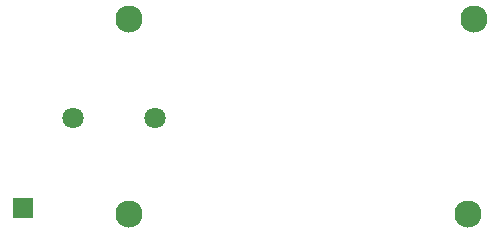
<source format=gbr>
%TF.GenerationSoftware,KiCad,Pcbnew,(5.1.6)-1*%
%TF.CreationDate,2020-10-08T10:16:56-07:00*%
%TF.ProjectId,samplepad,73616d70-6c65-4706-9164-2e6b69636164,rev?*%
%TF.SameCoordinates,Original*%
%TF.FileFunction,Soldermask,Bot*%
%TF.FilePolarity,Negative*%
%FSLAX46Y46*%
G04 Gerber Fmt 4.6, Leading zero omitted, Abs format (unit mm)*
G04 Created by KiCad (PCBNEW (5.1.6)-1) date 2020-10-08 10:16:56*
%MOMM*%
%LPD*%
G01*
G04 APERTURE LIST*
%ADD10R,1.800000X1.800000*%
%ADD11C,1.800000*%
%ADD12C,2.300000*%
G04 APERTURE END LIST*
D10*
%TO.C,J3*%
X86233000Y-125222000D03*
%TD*%
D11*
%TO.C,J1*%
X97464000Y-117602000D03*
X90464000Y-117602000D03*
%TD*%
D12*
%TO.C,H4*%
X95250000Y-109220000D03*
%TD*%
%TO.C,H3*%
X95250000Y-125730000D03*
%TD*%
%TO.C,H2*%
X123952000Y-125730000D03*
%TD*%
%TO.C,H1*%
X124460000Y-109220000D03*
%TD*%
M02*

</source>
